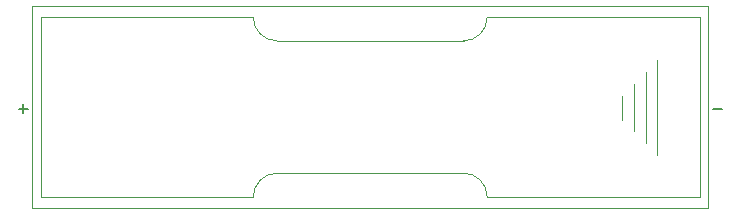
<source format=gbr>
%TF.GenerationSoftware,KiCad,Pcbnew,5.1.12-84ad8e8a86~92~ubuntu20.04.1*%
%TF.CreationDate,2021-11-18T17:44:13-07:00*%
%TF.ProjectId,snail-bot,736e6169-6c2d-4626-9f74-2e6b69636164,rev?*%
%TF.SameCoordinates,Original*%
%TF.FileFunction,Legend,Bot*%
%TF.FilePolarity,Positive*%
%FSLAX46Y46*%
G04 Gerber Fmt 4.6, Leading zero omitted, Abs format (unit mm)*
G04 Created by KiCad (PCBNEW 5.1.12-84ad8e8a86~92~ubuntu20.04.1) date 2021-11-18 17:44:13*
%MOMM*%
%LPD*%
G01*
G04 APERTURE LIST*
%ADD10C,0.120000*%
%ADD11C,0.150000*%
G04 APERTURE END LIST*
D10*
%TO.C,BT1*%
X68300000Y-67400000D02*
G75*
G03*
X70300000Y-69400000I2000000J0D01*
G01*
X86100000Y-69400000D02*
G75*
G03*
X88100000Y-67400000I0J2000000D01*
G01*
X88100000Y-82600000D02*
G75*
G03*
X86100000Y-80600000I-2000000J0D01*
G01*
X70300000Y-80600000D02*
G75*
G03*
X68300000Y-82600000I0J-2000000D01*
G01*
X86100000Y-69400000D02*
X70300000Y-69400000D01*
X70300000Y-80600000D02*
X86100000Y-80600000D01*
X88100000Y-67400000D02*
X106100000Y-67400000D01*
X88100000Y-82600000D02*
X106100000Y-82600000D01*
X50300000Y-82600000D02*
X68300000Y-82600000D01*
X106100000Y-82600000D02*
X106100000Y-67400000D01*
X50300000Y-67400000D02*
X68300000Y-67400000D01*
X50300000Y-82600000D02*
X50300000Y-67400000D01*
X49580000Y-83565000D02*
X106820000Y-83565000D01*
X49580000Y-66435000D02*
X49580000Y-83565000D01*
X106820000Y-66435000D02*
X49580000Y-66435000D01*
X106820000Y-83565000D02*
X106820000Y-66435000D01*
X99510000Y-76060000D02*
X99510000Y-74060000D01*
X102510000Y-79060000D02*
X102510000Y-71060000D01*
X101510000Y-72060000D02*
X101510000Y-78060000D01*
X100510000Y-77060000D02*
X100510000Y-73060000D01*
D11*
X49180952Y-75131428D02*
X48419047Y-75131428D01*
X48800000Y-75512380D02*
X48800000Y-74750476D01*
X107950952Y-75131428D02*
X107189047Y-75131428D01*
%TD*%
M02*

</source>
